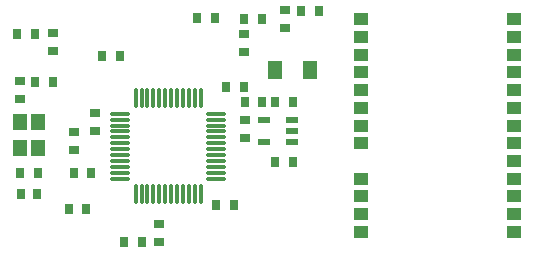
<source format=gbp>
G04 Layer_Color=128*
%FSLAX42Y42*%
%MOMM*%
G71*
G01*
G75*
%ADD12R,0.90X0.70*%
%ADD13R,0.80X0.90*%
%ADD19R,0.70X0.90*%
%ADD29R,1.30X1.50*%
%ADD41R,1.15X1.40*%
%ADD42R,1.10X0.60*%
%ADD43O,1.80X0.30*%
%ADD44O,0.30X1.80*%
%ADD45R,1.30X1.00*%
D12*
X9875Y7628D02*
D03*
Y7478D02*
D03*
X8435Y7372D02*
D03*
Y7522D02*
D03*
X9153Y6597D02*
D03*
Y6747D02*
D03*
X7970Y7957D02*
D03*
Y7807D02*
D03*
X8612Y7532D02*
D03*
Y7682D02*
D03*
X10220Y8405D02*
D03*
Y8555D02*
D03*
X9870Y8205D02*
D03*
Y8355D02*
D03*
X8250Y8365D02*
D03*
Y8215D02*
D03*
D13*
X7982Y6997D02*
D03*
X8122D02*
D03*
D19*
X10282Y7780D02*
D03*
X10132D02*
D03*
X10135Y7268D02*
D03*
X10285D02*
D03*
X9875Y7780D02*
D03*
X10025D02*
D03*
X8535Y6870D02*
D03*
X8385D02*
D03*
X9635Y6910D02*
D03*
X9785D02*
D03*
X8855Y6597D02*
D03*
X9005D02*
D03*
X9872Y7905D02*
D03*
X9722D02*
D03*
X7978Y7175D02*
D03*
X8128D02*
D03*
X7950Y8353D02*
D03*
X8100D02*
D03*
X8818Y8170D02*
D03*
X8668D02*
D03*
X8250Y7947D02*
D03*
X8100D02*
D03*
X8578Y7180D02*
D03*
X8428D02*
D03*
X10505Y8550D02*
D03*
X10355D02*
D03*
X10020Y8480D02*
D03*
X9870D02*
D03*
X9625Y8490D02*
D03*
X9475D02*
D03*
D29*
X10430Y8050D02*
D03*
X10130D02*
D03*
D41*
X7970Y7390D02*
D03*
Y7610D02*
D03*
X8130D02*
D03*
Y7390D02*
D03*
D42*
X10038Y7630D02*
D03*
X10038Y7440D02*
D03*
X10278Y7440D02*
D03*
Y7535D02*
D03*
Y7630D02*
D03*
D43*
X8822Y7130D02*
D03*
Y7180D02*
D03*
Y7230D02*
D03*
Y7280D02*
D03*
Y7330D02*
D03*
Y7380D02*
D03*
Y7430D02*
D03*
Y7480D02*
D03*
Y7530D02*
D03*
Y7580D02*
D03*
Y7630D02*
D03*
Y7680D02*
D03*
X9632D02*
D03*
Y7630D02*
D03*
Y7580D02*
D03*
Y7530D02*
D03*
Y7480D02*
D03*
Y7430D02*
D03*
Y7380D02*
D03*
Y7330D02*
D03*
Y7280D02*
D03*
Y7230D02*
D03*
Y7180D02*
D03*
Y7130D02*
D03*
D44*
X8953Y7810D02*
D03*
X9003D02*
D03*
X9053D02*
D03*
X9103D02*
D03*
X9153D02*
D03*
X9203D02*
D03*
X9253D02*
D03*
X9303D02*
D03*
X9353D02*
D03*
X9403D02*
D03*
X9453D02*
D03*
X9503D02*
D03*
Y7000D02*
D03*
X9453D02*
D03*
X9403D02*
D03*
X9353D02*
D03*
X9303D02*
D03*
X9253D02*
D03*
X9203D02*
D03*
X9153D02*
D03*
X9103D02*
D03*
X9053D02*
D03*
X9003D02*
D03*
X8953D02*
D03*
D45*
X12160Y8480D02*
D03*
Y8330D02*
D03*
Y8180D02*
D03*
X12160Y8030D02*
D03*
X12160Y7880D02*
D03*
Y7730D02*
D03*
Y7580D02*
D03*
Y7430D02*
D03*
Y7280D02*
D03*
Y7130D02*
D03*
X12160Y6980D02*
D03*
X12160Y6830D02*
D03*
X12160Y6680D02*
D03*
X10860D02*
D03*
X10860Y6830D02*
D03*
X10860Y6980D02*
D03*
X10860Y7130D02*
D03*
Y7430D02*
D03*
Y7580D02*
D03*
Y7730D02*
D03*
Y7880D02*
D03*
X10860Y8030D02*
D03*
X10860Y8180D02*
D03*
Y8330D02*
D03*
Y8480D02*
D03*
M02*

</source>
